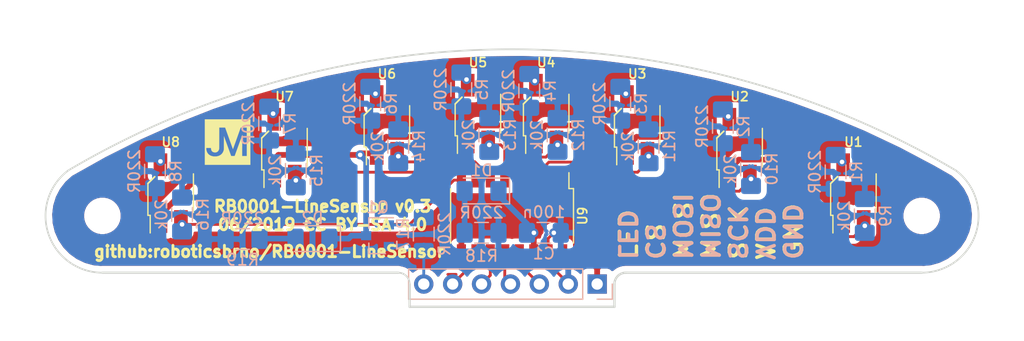
<source format=kicad_pcb>
(kicad_pcb (version 20171130) (host pcbnew "(5.1.0)-1")
  (layers (0 F.Cu signal) (31 B.Cu signal) (34 B.Paste user) (35 F.Paste user) (36 B.SilkS user) (37 F.SilkS user) (38 B.Mask user) (39 F.Mask user) (44 Edge.Cuts user))
  (net 0 "")
  (net 1 S7)
  (net 2 VDD)
  (net 3 S8)
  (net 4 "Net-(R1-Pad2)")
  (net 5 "Net-(R2-Pad2)")
  (net 6 "Net-(R3-Pad2)")
  (net 7 "Net-(R4-Pad2)")
  (net 8 "Net-(R5-Pad2)")
  (net 9 "Net-(R6-Pad2)")
  (net 10 S1)
  (net 11 S2)
  (net 12 S3)
  (net 13 S4)
  (net 14 S5)
  (net 15 S6)
  (net 16 "Net-(R7-Pad2)")
  (net 17 "Net-(R8-Pad2)")
  (net 18 GND)
  (net 19 CS)
  (net 20 MOSI)
  (net 21 MISO)
  (net 22 SCK)
  (net 23 LED_GND)
  (net 24 "Net-(Q1-Pad1)")
  (net 25 L_EN)
  (net 26 "Net-(D1-Pad2)")
  (net 27 "Net-(D2-Pad2)")
  (module Resistor_SMD:R_1206_3216Metric_Pad1.42x1.75mm_HandSolder (layer B.Cu) (at 126.32 111.036)
    (fp_text reference R19 (at 0 1.82) (layer B.SilkS) (effects (justify mirror)))
    (fp_text value 220R (at 0 -1.82) (layer B.SilkS) (effects (justify mirror)))
    (fp_line (start -0.602064 -0.91) (end 0.602064 -0.91) (layer B.SilkS) (width 0.12))
    (fp_line (start -0.602064 0.91) (end 0.602064 0.91) (layer B.SilkS) (width 0.12))
    (pad 2 smd roundrect (at 1.4875 0) (size 1.425 1.75) (layers B.Cu B.Paste B.Mask) (roundrect_rratio 0.175439) (net 27 "Net-(D2-Pad2)"))
    (pad 1 smd roundrect (at -1.4875 0) (size 1.425 1.75) (layers B.Cu B.Paste B.Mask) (roundrect_rratio 0.175439) (net 2 VDD))
  )
  (module LED_SMD:LED_1206_3216Metric_Pad1.42x1.75mm_HandSolder (layer B.Cu) (at 132.461 110.998 180)
    (fp_text reference D2 (at 0 1.82 180) (layer B.SilkS) (effects (justify mirror)))
    (fp_text value LED_RED)
    (fp_line (start -2.46 -1.135) (end 1.6 -1.135) (layer B.SilkS) (width 0.12))
    (fp_line (start -2.46 1.135) (end -2.46 -1.135) (layer B.SilkS) (width 0.12))
    (fp_line (start 1.6 1.135) (end -2.46 1.135) (layer B.SilkS) (width 0.12))
    (pad 2 smd roundrect (at 1.4875 0 180) (size 1.425 1.75) (layers B.Cu B.Paste B.Mask) (roundrect_rratio 0.175439) (net 27 "Net-(D2-Pad2)"))
    (pad 1 smd roundrect (at -1.4875 0 180) (size 1.425 1.75) (layers B.Cu B.Paste B.Mask) (roundrect_rratio 0.175439) (net 23 LED_GND))
  )
  (module Resistor_SMD:R_1206_3216Metric_Pad1.42x1.75mm_HandSolder (layer B.Cu) (at 147.32 110.49 180)
    (fp_text reference R18 (at 0 -2.032 180) (layer B.SilkS) (effects (justify mirror)))
    (fp_text value 220R (at 0 1.778 180) (layer B.SilkS) (effects (justify mirror)))
    (fp_line (start -0.602064 -0.91) (end 0.602064 -0.91) (layer B.SilkS) (width 0.12))
    (fp_line (start -0.602064 0.91) (end 0.602064 0.91) (layer B.SilkS) (width 0.12))
    (pad 2 smd roundrect (at 1.4875 0 180) (size 1.425 1.75) (layers B.Cu B.Paste B.Mask) (roundrect_rratio 0.175439) (net 26 "Net-(D1-Pad2)"))
    (pad 1 smd roundrect (at -1.4875 0 180) (size 1.425 1.75) (layers B.Cu B.Paste B.Mask) (roundrect_rratio 0.175439) (net 2 VDD))
  )
  (module LED_SMD:LED_1206_3216Metric_Pad1.42x1.75mm_HandSolder (layer B.Cu) (at 147.32 106.807 180)
    (fp_text reference D1 (at 0 1.82 180) (layer B.SilkS) (effects (justify mirror)))
    (fp_text value LED_GREEN)
    (fp_line (start -2.46 -1.135) (end 1.6 -1.135) (layer B.SilkS) (width 0.12))
    (fp_line (start -2.46 1.135) (end -2.46 -1.135) (layer B.SilkS) (width 0.12))
    (fp_line (start 1.6 1.135) (end -2.46 1.135) (layer B.SilkS) (width 0.12))
    (pad 2 smd roundrect (at 1.4875 0 180) (size 1.425 1.75) (layers B.Cu B.Paste B.Mask) (roundrect_rratio 0.175439) (net 26 "Net-(D1-Pad2)"))
    (pad 1 smd roundrect (at -1.4875 0 180) (size 1.425 1.75) (layers B.Cu B.Paste B.Mask) (roundrect_rratio 0.175439) (net 18 GND))
  )
  (module Resistor_SMD:R_1206_3216Metric_Pad1.42x1.75mm_HandSolder (layer B.Cu) (at 142.24 110.603 270)
    (fp_text reference R17 (at 0 1.82 270) (layer B.SilkS) (effects (justify mirror)))
    (fp_text value 220R (at 0 -1.82 270) (layer B.SilkS) (effects (justify mirror)))
    (fp_line (start -0.602064 -0.91) (end 0.602064 -0.91) (layer B.SilkS) (width 0.12))
    (fp_line (start -0.602064 0.91) (end 0.602064 0.91) (layer B.SilkS) (width 0.12))
    (pad 2 smd roundrect (at 1.4875 0 270) (size 1.425 1.75) (layers B.Cu B.Paste B.Mask) (roundrect_rratio 0.175439) (net 25 L_EN))
    (pad 1 smd roundrect (at -1.4875 0 270) (size 1.425 1.75) (layers B.Cu B.Paste B.Mask) (roundrect_rratio 0.175439) (net 24 "Net-(Q1-Pad1)"))
  )
  (module Resistor_SMD:R_1206_3216Metric_Pad1.42x1.75mm_HandSolder (layer B.Cu) (at 121 108.875 90)
    (fp_text reference R16 (at 0 1.82 90) (layer B.SilkS) (effects (justify mirror)))
    (fp_text value 20k (at 0 -1.82 90) (layer B.SilkS) (effects (justify mirror)))
    (fp_line (start -0.602064 -0.91) (end 0.602064 -0.91) (layer B.SilkS) (width 0.12))
    (fp_line (start -0.602064 0.91) (end 0.602064 0.91) (layer B.SilkS) (width 0.12))
    (pad 2 smd roundrect (at 1.4875 0 90) (size 1.425 1.75) (layers B.Cu B.Paste B.Mask) (roundrect_rratio 0.175439) (net 2 VDD))
    (pad 1 smd roundrect (at -1.4875 0 90) (size 1.425 1.75) (layers B.Cu B.Paste B.Mask) (roundrect_rratio 0.175439) (net 3 S8))
  )
  (module Resistor_SMD:R_1206_3216Metric_Pad1.42x1.75mm_HandSolder (layer B.Cu) (at 131 105 90)
    (fp_text reference R15 (at 0 1.82 90) (layer B.SilkS) (effects (justify mirror)))
    (fp_text value 20k (at 0 -1.82 90) (layer B.SilkS) (effects (justify mirror)))
    (fp_line (start -0.602064 -0.91) (end 0.602064 -0.91) (layer B.SilkS) (width 0.12))
    (fp_line (start -0.602064 0.91) (end 0.602064 0.91) (layer B.SilkS) (width 0.12))
    (pad 2 smd roundrect (at 1.4875 0 90) (size 1.425 1.75) (layers B.Cu B.Paste B.Mask) (roundrect_rratio 0.175439) (net 2 VDD))
    (pad 1 smd roundrect (at -1.4875 0 90) (size 1.425 1.75) (layers B.Cu B.Paste B.Mask) (roundrect_rratio 0.175439) (net 1 S7))
  )
  (module Resistor_SMD:R_1206_3216Metric_Pad1.42x1.75mm_HandSolder (layer B.Cu) (at 140 102.875 90)
    (fp_text reference R14 (at 0 1.82 90) (layer B.SilkS) (effects (justify mirror)))
    (fp_text value 20k (at 0 -1.82 90) (layer B.SilkS) (effects (justify mirror)))
    (fp_line (start -0.602064 -0.91) (end 0.602064 -0.91) (layer B.SilkS) (width 0.12))
    (fp_line (start -0.602064 0.91) (end 0.602064 0.91) (layer B.SilkS) (width 0.12))
    (pad 2 smd roundrect (at 1.4875 0 90) (size 1.425 1.75) (layers B.Cu B.Paste B.Mask) (roundrect_rratio 0.175439) (net 2 VDD))
    (pad 1 smd roundrect (at -1.4875 0 90) (size 1.425 1.75) (layers B.Cu B.Paste B.Mask) (roundrect_rratio 0.175439) (net 15 S6))
  )
  (module Resistor_SMD:R_1206_3216Metric_Pad1.42x1.75mm_HandSolder (layer B.Cu) (at 148 101.875 90)
    (fp_text reference R13 (at 0 1.82 90) (layer B.SilkS) (effects (justify mirror)))
    (fp_text value 20k (at 0 -1.82 90) (layer B.SilkS) (effects (justify mirror)))
    (fp_line (start -0.602064 -0.91) (end 0.602064 -0.91) (layer B.SilkS) (width 0.12))
    (fp_line (start -0.602064 0.91) (end 0.602064 0.91) (layer B.SilkS) (width 0.12))
    (pad 2 smd roundrect (at 1.4875 0 90) (size 1.425 1.75) (layers B.Cu B.Paste B.Mask) (roundrect_rratio 0.175439) (net 2 VDD))
    (pad 1 smd roundrect (at -1.4875 0 90) (size 1.425 1.75) (layers B.Cu B.Paste B.Mask) (roundrect_rratio 0.175439) (net 14 S5))
  )
  (module Resistor_SMD:R_1206_3216Metric_Pad1.42x1.75mm_HandSolder (layer B.Cu) (at 154 101.875 90)
    (fp_text reference R12 (at 0 1.82 90) (layer B.SilkS) (effects (justify mirror)))
    (fp_text value 20k (at 0 -1.82 90) (layer B.SilkS) (effects (justify mirror)))
    (fp_line (start -0.602064 -0.91) (end 0.602064 -0.91) (layer B.SilkS) (width 0.12))
    (fp_line (start -0.602064 0.91) (end 0.602064 0.91) (layer B.SilkS) (width 0.12))
    (pad 2 smd roundrect (at 1.4875 0 90) (size 1.425 1.75) (layers B.Cu B.Paste B.Mask) (roundrect_rratio 0.175439) (net 2 VDD))
    (pad 1 smd roundrect (at -1.4875 0 90) (size 1.425 1.75) (layers B.Cu B.Paste B.Mask) (roundrect_rratio 0.175439) (net 13 S4))
  )
  (module Resistor_SMD:R_1206_3216Metric_Pad1.42x1.75mm_HandSolder (layer B.Cu) (at 162 102.875 90)
    (fp_text reference R11 (at 0 1.82 90) (layer B.SilkS) (effects (justify mirror)))
    (fp_text value 20k (at 0 -1.82 90) (layer B.SilkS) (effects (justify mirror)))
    (fp_line (start -0.602064 -0.91) (end 0.602064 -0.91) (layer B.SilkS) (width 0.12))
    (fp_line (start -0.602064 0.91) (end 0.602064 0.91) (layer B.SilkS) (width 0.12))
    (pad 2 smd roundrect (at 1.4875 0 90) (size 1.425 1.75) (layers B.Cu B.Paste B.Mask) (roundrect_rratio 0.175439) (net 2 VDD))
    (pad 1 smd roundrect (at -1.4875 0 90) (size 1.425 1.75) (layers B.Cu B.Paste B.Mask) (roundrect_rratio 0.175439) (net 12 S3))
  )
  (module Resistor_SMD:R_1206_3216Metric_Pad1.42x1.75mm_HandSolder (layer B.Cu) (at 171 104.875 90)
    (fp_text reference R10 (at 0 1.82 90) (layer B.SilkS) (effects (justify mirror)))
    (fp_text value 20k (at 0 -1.82 90) (layer B.SilkS) (effects (justify mirror)))
    (fp_line (start -0.602064 -0.91) (end 0.602064 -0.91) (layer B.SilkS) (width 0.12))
    (fp_line (start -0.602064 0.91) (end 0.602064 0.91) (layer B.SilkS) (width 0.12))
    (pad 2 smd roundrect (at 1.4875 0 90) (size 1.425 1.75) (layers B.Cu B.Paste B.Mask) (roundrect_rratio 0.175439) (net 2 VDD))
    (pad 1 smd roundrect (at -1.4875 0 90) (size 1.425 1.75) (layers B.Cu B.Paste B.Mask) (roundrect_rratio 0.175439) (net 11 S2))
  )
  (module Resistor_SMD:R_1206_3216Metric_Pad1.42x1.75mm_HandSolder (layer B.Cu) (at 181 109 90)
    (fp_text reference R9 (at 0 1.82 90) (layer B.SilkS) (effects (justify mirror)))
    (fp_text value 20k (at 0 -1.82 90) (layer B.SilkS) (effects (justify mirror)))
    (fp_line (start -0.602064 -0.91) (end 0.602064 -0.91) (layer B.SilkS) (width 0.12))
    (fp_line (start -0.602064 0.91) (end 0.602064 0.91) (layer B.SilkS) (width 0.12))
    (pad 2 smd roundrect (at 1.4875 0 90) (size 1.425 1.75) (layers B.Cu B.Paste B.Mask) (roundrect_rratio 0.175439) (net 2 VDD))
    (pad 1 smd roundrect (at -1.4875 0 90) (size 1.425 1.75) (layers B.Cu B.Paste B.Mask) (roundrect_rratio 0.175439) (net 10 S1))
  )
  (module Resistor_SMD:R_1206_3216Metric_Pad1.42x1.75mm_HandSolder (layer B.Cu) (at 118.618 105.0655 90)
    (fp_text reference R8 (at 0 1.82 90) (layer B.SilkS) (effects (justify mirror)))
    (fp_text value 220R (at 0 -1.82 90) (layer B.SilkS) (effects (justify mirror)))
    (fp_line (start -0.602064 -0.91) (end 0.602064 -0.91) (layer B.SilkS) (width 0.12))
    (fp_line (start -0.602064 0.91) (end 0.602064 0.91) (layer B.SilkS) (width 0.12))
    (pad 2 smd roundrect (at 1.4875 0 90) (size 1.425 1.75) (layers B.Cu B.Paste B.Mask) (roundrect_rratio 0.175439) (net 17 "Net-(R8-Pad2)"))
    (pad 1 smd roundrect (at -1.4875 0 90) (size 1.425 1.75) (layers B.Cu B.Paste B.Mask) (roundrect_rratio 0.175439) (net 2 VDD))
  )
  (module Resistor_SMD:R_1206_3216Metric_Pad1.42x1.75mm_HandSolder (layer B.Cu) (at 128.651 100.875 90)
    (fp_text reference R7 (at 0 1.82 90) (layer B.SilkS) (effects (justify mirror)))
    (fp_text value 220R (at 0 -1.82 90) (layer B.SilkS) (effects (justify mirror)))
    (fp_line (start -0.602064 -0.91) (end 0.602064 -0.91) (layer B.SilkS) (width 0.12))
    (fp_line (start -0.602064 0.91) (end 0.602064 0.91) (layer B.SilkS) (width 0.12))
    (pad 2 smd roundrect (at 1.4875 0 90) (size 1.425 1.75) (layers B.Cu B.Paste B.Mask) (roundrect_rratio 0.175439) (net 16 "Net-(R7-Pad2)"))
    (pad 1 smd roundrect (at -1.4875 0 90) (size 1.425 1.75) (layers B.Cu B.Paste B.Mask) (roundrect_rratio 0.175439) (net 2 VDD))
  )
  (module Resistor_SMD:R_1206_3216Metric_Pad1.42x1.75mm_HandSolder (layer B.Cu) (at 137.541 99.125 90)
    (fp_text reference R6 (at 0 1.82 90) (layer B.SilkS) (effects (justify mirror)))
    (fp_text value 220R (at 0 -1.82 90) (layer B.SilkS) (effects (justify mirror)))
    (fp_line (start -0.602064 -0.91) (end 0.602064 -0.91) (layer B.SilkS) (width 0.12))
    (fp_line (start -0.602064 0.91) (end 0.602064 0.91) (layer B.SilkS) (width 0.12))
    (pad 2 smd roundrect (at 1.4875 0 90) (size 1.425 1.75) (layers B.Cu B.Paste B.Mask) (roundrect_rratio 0.175439) (net 9 "Net-(R6-Pad2)"))
    (pad 1 smd roundrect (at -1.4875 0 90) (size 1.425 1.75) (layers B.Cu B.Paste B.Mask) (roundrect_rratio 0.175439) (net 2 VDD))
  )
  (module Resistor_SMD:R_1206_3216Metric_Pad1.42x1.75mm_HandSolder (layer B.Cu) (at 145.542 97.875 90)
    (fp_text reference R5 (at 0 1.82 90) (layer B.SilkS) (effects (justify mirror)))
    (fp_text value 220R (at 0 -1.82 90) (layer B.SilkS) (effects (justify mirror)))
    (fp_line (start -0.602064 -0.91) (end 0.602064 -0.91) (layer B.SilkS) (width 0.12))
    (fp_line (start -0.602064 0.91) (end 0.602064 0.91) (layer B.SilkS) (width 0.12))
    (pad 2 smd roundrect (at 1.4875 0 90) (size 1.425 1.75) (layers B.Cu B.Paste B.Mask) (roundrect_rratio 0.175439) (net 8 "Net-(R5-Pad2)"))
    (pad 1 smd roundrect (at -1.4875 0 90) (size 1.425 1.75) (layers B.Cu B.Paste B.Mask) (roundrect_rratio 0.175439) (net 2 VDD))
  )
  (module Resistor_SMD:R_1206_3216Metric_Pad1.42x1.75mm_HandSolder (layer B.Cu) (at 151.511 98 90)
    (fp_text reference R4 (at 0 1.82 90) (layer B.SilkS) (effects (justify mirror)))
    (fp_text value 220R (at 0 -1.82 90) (layer B.SilkS) (effects (justify mirror)))
    (fp_line (start -0.602064 -0.91) (end 0.602064 -0.91) (layer B.SilkS) (width 0.12))
    (fp_line (start -0.602064 0.91) (end 0.602064 0.91) (layer B.SilkS) (width 0.12))
    (pad 2 smd roundrect (at 1.4875 0 90) (size 1.425 1.75) (layers B.Cu B.Paste B.Mask) (roundrect_rratio 0.175439) (net 7 "Net-(R4-Pad2)"))
    (pad 1 smd roundrect (at -1.4875 0 90) (size 1.425 1.75) (layers B.Cu B.Paste B.Mask) (roundrect_rratio 0.175439) (net 2 VDD))
  )
  (module Resistor_SMD:R_1206_3216Metric_Pad1.42x1.75mm_HandSolder (layer B.Cu) (at 159.512 99.125 90)
    (fp_text reference R3 (at 0 1.82 90) (layer B.SilkS) (effects (justify mirror)))
    (fp_text value 220R (at 0 -1.82 90) (layer B.SilkS) (effects (justify mirror)))
    (fp_line (start -0.602064 -0.91) (end 0.602064 -0.91) (layer B.SilkS) (width 0.12))
    (fp_line (start -0.602064 0.91) (end 0.602064 0.91) (layer B.SilkS) (width 0.12))
    (pad 2 smd roundrect (at 1.4875 0 90) (size 1.425 1.75) (layers B.Cu B.Paste B.Mask) (roundrect_rratio 0.175439) (net 6 "Net-(R3-Pad2)"))
    (pad 1 smd roundrect (at -1.4875 0 90) (size 1.425 1.75) (layers B.Cu B.Paste B.Mask) (roundrect_rratio 0.175439) (net 2 VDD))
  )
  (module Resistor_SMD:R_1206_3216Metric_Pad1.42x1.75mm_HandSolder (layer B.Cu) (at 168.529 101.125 90)
    (fp_text reference R2 (at 0 1.82 90) (layer B.SilkS) (effects (justify mirror)))
    (fp_text value 220R (at 0 -1.82 90) (layer B.SilkS) (effects (justify mirror)))
    (fp_line (start -0.602064 -0.91) (end 0.602064 -0.91) (layer B.SilkS) (width 0.12))
    (fp_line (start -0.602064 0.91) (end 0.602064 0.91) (layer B.SilkS) (width 0.12))
    (pad 2 smd roundrect (at 1.4875 0 90) (size 1.425 1.75) (layers B.Cu B.Paste B.Mask) (roundrect_rratio 0.175439) (net 5 "Net-(R2-Pad2)"))
    (pad 1 smd roundrect (at -1.4875 0 90) (size 1.425 1.75) (layers B.Cu B.Paste B.Mask) (roundrect_rratio 0.175439) (net 2 VDD))
  )
  (module Resistor_SMD:R_1206_3216Metric_Pad1.42x1.75mm_HandSolder (layer B.Cu) (at 178.435 105.125 90)
    (fp_text reference R1 (at 0 1.82 90) (layer B.SilkS) (effects (justify mirror)))
    (fp_text value 220R (at 0 -1.82 90) (layer B.SilkS) (effects (justify mirror)))
    (fp_line (start -0.602064 -0.91) (end 0.602064 -0.91) (layer B.SilkS) (width 0.12))
    (fp_line (start -0.602064 0.91) (end 0.602064 0.91) (layer B.SilkS) (width 0.12))
    (pad 2 smd roundrect (at 1.4875 0 90) (size 1.425 1.75) (layers B.Cu B.Paste B.Mask) (roundrect_rratio 0.175439) (net 4 "Net-(R1-Pad2)"))
    (pad 1 smd roundrect (at -1.4875 0 90) (size 1.425 1.75) (layers B.Cu B.Paste B.Mask) (roundrect_rratio 0.175439) (net 2 VDD))
  )
  (module Capacitor_SMD:C_1206_3216Metric_Pad1.42x1.75mm_HandSolder (layer B.Cu) (at 152.795 110.49)
    (fp_text reference C1 (at 0 1.82) (layer B.SilkS) (effects (justify mirror)))
    (fp_text value 100n (at 0 -1.82) (layer B.SilkS) (effects (justify mirror)))
    (fp_line (start -0.602064 -0.91) (end 0.602064 -0.91) (layer B.SilkS) (width 0.12))
    (fp_line (start -0.602064 0.91) (end 0.602064 0.91) (layer B.SilkS) (width 0.12))
    (pad 2 smd roundrect (at 1.4875 0) (size 1.425 1.75) (layers B.Cu B.Paste B.Mask) (roundrect_rratio 0.175439) (net 2 VDD))
    (pad 1 smd roundrect (at -1.4875 0) (size 1.425 1.75) (layers B.Cu B.Paste B.Mask) (roundrect_rratio 0.175439) (net 18 GND))
  )
  (module Connector_PinHeader_2.54mm:PinHeader_1x07_P2.54mm_Vertical (layer B.Cu) (at 157.48 115 90)
    (fp_text reference J1 hide)
    (fp_text value Conn_01x07)
    (fp_line (start -1.33 -16.57) (end 1.33 -16.57) (layer B.SilkS) (width 0.12))
    (fp_line (start -1.33 -1.27) (end -1.33 -16.57) (layer B.SilkS) (width 0.12))
    (fp_line (start 1.33 -1.27) (end 1.33 -16.57) (layer B.SilkS) (width 0.12))
    (fp_line (start -1.33 -1.27) (end 1.33 -1.27) (layer B.SilkS) (width 0.12))
    (fp_line (start -1.33 0) (end -1.33 1.33) (layer B.SilkS) (width 0.12))
    (fp_line (start -1.33 1.33) (end 0 1.33) (layer B.SilkS) (width 0.12))
    (pad 1 thru_hole rect (at 0 0 90) (size 1.7 1.7) (drill 1) (layers *.Cu *.Mask) (net 18 GND))
    (pad 2 thru_hole oval (at 0 -2.54 90) (size 1.7 1.7) (drill 1) (layers *.Cu *.Mask) (net 2 VDD))
    (pad 3 thru_hole oval (at 0 -5.08 90) (size 1.7 1.7) (drill 1) (layers *.Cu *.Mask) (net 22 SCK))
    (pad 4 thru_hole oval (at 0 -7.62 90) (size 1.7 1.7) (drill 1) (layers *.Cu *.Mask) (net 21 MISO))
    (pad 5 thru_hole oval (at 0 -10.16 90) (size 1.7 1.7) (drill 1) (layers *.Cu *.Mask) (net 20 MOSI))
    (pad 6 thru_hole oval (at 0 -12.7 90) (size 1.7 1.7) (drill 1) (layers *.Cu *.Mask) (net 19 CS))
    (pad 7 thru_hole oval (at 0 -15.24 90) (size 1.7 1.7) (drill 1) (layers *.Cu *.Mask) (net 25 L_EN))
  )
  (module Package_TO_SOT_SMD:SOT-23 (layer B.Cu) (at 138.176 110.744 180)
    (fp_text reference Q1 (at 0 2.5 180) (layer B.SilkS) (effects (justify mirror)))
    (fp_text value BC817)
    (fp_line (start 0.76 -1.58) (end 0.76 -0.65) (layer B.SilkS) (width 0.12))
    (fp_line (start 0.76 1.58) (end 0.76 0.65) (layer B.SilkS) (width 0.12))
    (fp_line (start 0.76 1.58) (end -1.4 1.58) (layer B.SilkS) (width 0.12))
    (fp_line (start 0.76 -1.58) (end -0.7 -1.58) (layer B.SilkS) (width 0.12))
    (pad 1 smd rect (at -1 0.95 180) (size 0.9 0.8) (layers B.Cu B.Paste B.Mask) (net 24 "Net-(Q1-Pad1)"))
    (pad 2 smd rect (at -1 -0.95 180) (size 0.9 0.8) (layers B.Cu B.Paste B.Mask) (net 18 GND))
    (pad 3 smd rect (at 1 0 180) (size 0.9 0.8) (layers B.Cu B.Paste B.Mask) (net 23 LED_GND))
  )
  (module yaqwsx:JM_4_SILK (layer F.Cu) (at 125 102.5)
    (fp_text reference MH3 hide)
    (fp_text value MountingHole hide)
    (fp_poly (pts (xy 2.003778 2.003778) (xy -1.996722 2.003778) (xy -1.996722 0.515055) (xy -1.878934 0.515055) (xy -1.874371 0.590903) (xy -1.862065 0.698113) (xy -1.838639 0.797139) (xy -1.804256 0.887719) (xy -1.75908 0.969594) (xy -1.703274 1.042506) (xy -1.637003 1.106196) (xy -1.560431 1.160403) (xy -1.491576 1.196901) (xy -1.451804 1.21289) (xy -1.402911 1.228913) (xy -1.349816 1.243587) (xy -1.297437 1.255529) (xy -1.259417 1.262177) (xy -1.222897 1.265827) (xy -1.17644 1.268089) (xy -1.124041 1.268992) (xy -1.069694 1.268568) (xy -1.017393 1.266849) (xy -0.971135 1.263867) (xy -0.934913 1.259652) (xy -0.934702 1.259618) (xy -0.833934 1.236904) (xy -0.739869 1.202802) (xy -0.653382 1.157854) (xy -0.575352 1.102599) (xy -0.506654 1.037578) (xy -0.448167 0.963331) (xy -0.444236 0.957434) (xy -0.405995 0.893044) (xy -0.374794 0.825633) (xy -0.348605 0.750593) (xy -0.339838 0.720187) (xy -0.321287 0.652639) (xy -0.318943 0.074083) (xy -0.316598 -0.504472) (xy 0.314938 1.231194) (xy 0.623259 1.231194) (xy 0.966032 0.289278) (xy 1.013545 0.158743) (xy 1.05648 0.040866) (xy 1.09507 -0.064964) (xy 1.129545 -0.159356) (xy 1.160138 -0.242918) (xy 1.187082 -0.31626) (xy 1.210608 -0.379991) (xy 1.23095 -0.434721) (xy 1.248337 -0.481058) (xy 1.263004 -0.519611) (xy 1.275182 -0.550991) (xy 1.285103 -0.575805) (xy 1.293 -0.594663) (xy 1.299104 -0.608175) (xy 1.303648 -0.616949) (xy 1.306863 -0.621594) (xy 1.308982 -0.62272) (xy 1.310238 -0.620937) (xy 1.310861 -0.616852) (xy 1.310931 -0.615808) (xy 1.311029 -0.602563) (xy 1.310613 -0.576485) (xy 1.30972 -0.53884) (xy 1.308389 -0.490894) (xy 1.306661 -0.433915) (xy 1.304573 -0.36917) (xy 1.302165 -0.297924) (xy 1.299476 -0.221445) (xy 1.296545 -0.140999) (xy 1.295041 -0.100752) (xy 1.29042 0.026471) (xy 1.286597 0.142613) (xy 1.28351 0.250674) (xy 1.281102 0.353658) (xy 1.279311 0.454568) (xy 1.278079 0.556407) (xy 1.277346 0.662176) (xy 1.277052 0.774879) (xy 1.277041 0.806097) (xy 1.277055 1.234722) (xy 1.693333 1.234722) (xy 1.693333 -1.277056) (xy 1.423458 -1.277055) (xy 1.153583 -1.277053) (xy 0.815962 -0.329846) (xy 0.776309 -0.218659) (xy 0.737913 -0.111107) (xy 0.701043 -0.007942) (xy 0.665969 0.090085) (xy 0.632962 0.182224) (xy 0.60229 0.267723) (xy 0.574226 0.345831) (xy 0.549037 0.415797) (xy 0.526995 0.47687) (xy 0.50837 0.528299) (xy 0.493431 0.569333) (xy 0.48245 0.59922) (xy 0.475695 0.617211) (xy 0.473472 0.622595) (xy 0.470565 0.616706) (xy 0.463204 0.598274) (xy 0.451665 0.568052) (xy 0.43622 0.526792) (xy 0.417146 0.475248) (xy 0.394717 0.414171) (xy 0.369206 0.344315) (xy 0.340888 0.266432) (xy 0.310038 0.181275) (xy 0.27693 0.089597) (xy 0.241839 -0.00785) (xy 0.205039 -0.110314) (xy 0.166804 -0.21704) (xy 0.141588 -0.287571) (xy 0.102324 -0.397474) (xy 0.064211 -0.504139) (xy 0.027534 -0.606769) (xy -0.00742 -0.704563) (xy -0.040365 -0.796723) (xy -0.071017 -0.882449) (xy -0.099088 -0.960942) (xy -0.124293 -1.031402) (xy -0.146346 -1.09303) (xy -0.164961 -1.145028) (xy -0.179853 -1.186594) (xy -0.190735 -1.216931) (xy -0.197321 -1.235239) (xy -0.199054 -1.240014) (xy -0.212681 -1.277056) (xy -0.733429 -1.277056) (xy -0.735458 -0.340431) (xy -0.735759 -0.205872) (xy -0.736055 -0.084689) (xy -0.736359 0.023855) (xy -0.73668 0.120495) (xy -0.737029 0.205968) (xy -0.737418 0.281009) (xy -0.737857 0.346354) (xy -0.738356 0.40274) (xy -0.738928 0.450901) (xy -0.739582 0.491573) (xy -0.74033 0.525493) (xy -0.741183 0.553397) (xy -0.74215 0.57602) (xy -0.743244 0.594098) (xy -0.744475 0.608368) (xy -0.745853 0.619564) (xy -0.74739 0.628423) (xy -0.749097 0.63568) (xy -0.749896 0.638528) (xy -0.776495 0.709255) (xy -0.811831 0.770912) (xy -0.855083 0.82242) (xy -0.905428 0.862697) (xy -0.931819 0.877697) (xy -0.98302 0.899492) (xy -1.033103 0.912033) (xy -1.087242 0.916322) (xy -1.125361 0.915264) (xy -1.19722 0.905546) (xy -1.261331 0.885632) (xy -1.316708 0.855993) (xy -1.362365 0.817101) (xy -1.382924 0.792011) (xy -1.405617 0.756491) (xy -1.423343 0.719149) (xy -1.437024 0.677044) (xy -1.447586 0.627238) (xy -1.45595 0.566788) (xy -1.45718 0.555625) (xy -1.461516 0.515055) (xy -1.878934 0.515055) (xy -1.996722 0.515055) (xy -1.996722 -1.996722) (xy 2.003778 -1.996722) (xy 2.003778 2.003778)) (layer F.SilkS) (width 0.01))
  )
  (module yaqwsx:Everlight_ITR8307 (layer F.Cu) (at 120 107)
    (fp_text reference U8 (at 0 -4.5 180) (layer F.SilkS) (effects (font (size 0.8 0.8))))
    (fp_text value ITR8307)
    (fp_line (start -2 1.95) (end -2 -0.85) (layer F.SilkS) (width 0.12))
    (fp_line (start -2 1.95) (end -1.8 1.95) (layer F.SilkS) (width 0.12))
    (fp_line (start -1.8 3.5) (end -1.8 1.95) (layer F.SilkS) (width 0.12))
    (fp_line (start 2 1.7) (end 2 -1.7) (layer F.SilkS) (width 0.12))
    (fp_line (start -2 -0.85) (end -1.4 -1.45) (layer F.SilkS) (width 0.15))
    (pad 4 smd rect (at 0.9 -2.5) (size 1.2 2) (layers F.Cu F.Paste F.Mask) (net 18 GND))
    (pad 2 smd rect (at -0.9 -2.5) (size 1.2 2) (layers F.Cu F.Paste F.Mask) (net 17 "Net-(R8-Pad2)"))
    (pad 1 smd rect (at -0.9 2.5) (size 1.2 2) (layers F.Cu F.Paste F.Mask) (net 23 LED_GND))
    (pad 3 smd rect (at 0.9 2.5) (size 1.2 2) (layers F.Cu F.Paste F.Mask) (net 3 S8))
  )
  (module yaqwsx:Everlight_ITR8307 (layer F.Cu) (at 147 100)
    (fp_text reference U5 (at 0 -4.5 180) (layer F.SilkS) (effects (font (size 0.8 0.8))))
    (fp_text value ITR8307)
    (fp_line (start -2 1.95) (end -2 -0.85) (layer F.SilkS) (width 0.12))
    (fp_line (start -2 1.95) (end -1.8 1.95) (layer F.SilkS) (width 0.12))
    (fp_line (start -1.8 3.5) (end -1.8 1.95) (layer F.SilkS) (width 0.12))
    (fp_line (start 2 1.7) (end 2 -1.7) (layer F.SilkS) (width 0.12))
    (fp_line (start -2 -0.85) (end -1.4 -1.45) (layer F.SilkS) (width 0.15))
    (pad 4 smd rect (at 0.9 -2.5) (size 1.2 2) (layers F.Cu F.Paste F.Mask) (net 18 GND))
    (pad 2 smd rect (at -0.9 -2.5) (size 1.2 2) (layers F.Cu F.Paste F.Mask) (net 8 "Net-(R5-Pad2)"))
    (pad 1 smd rect (at -0.9 2.5) (size 1.2 2) (layers F.Cu F.Paste F.Mask) (net 23 LED_GND))
    (pad 3 smd rect (at 0.9 2.5) (size 1.2 2) (layers F.Cu F.Paste F.Mask) (net 14 S5))
  )
  (module yaqwsx:Everlight_ITR8307 (layer F.Cu) (at 139 101)
    (fp_text reference U6 (at 0 -4.5 180) (layer F.SilkS) (effects (font (size 0.8 0.8))))
    (fp_text value ITR8307)
    (fp_line (start -2 -0.85) (end -1.4 -1.45) (layer F.SilkS) (width 0.15))
    (fp_line (start 2 1.7) (end 2 -1.7) (layer F.SilkS) (width 0.12))
    (fp_line (start -1.8 3.5) (end -1.8 1.95) (layer F.SilkS) (width 0.12))
    (fp_line (start -2 1.95) (end -1.8 1.95) (layer F.SilkS) (width 0.12))
    (fp_line (start -2 1.95) (end -2 -0.85) (layer F.SilkS) (width 0.12))
    (pad 3 smd rect (at 0.9 2.5) (size 1.2 2) (layers F.Cu F.Paste F.Mask) (net 15 S6))
    (pad 1 smd rect (at -0.9 2.5) (size 1.2 2) (layers F.Cu F.Paste F.Mask) (net 23 LED_GND))
    (pad 2 smd rect (at -0.9 -2.5) (size 1.2 2) (layers F.Cu F.Paste F.Mask) (net 9 "Net-(R6-Pad2)"))
    (pad 4 smd rect (at 0.9 -2.5) (size 1.2 2) (layers F.Cu F.Paste F.Mask) (net 18 GND))
  )
  (module yaqwsx:Everlight_ITR8307 (layer F.Cu) (at 130 103)
    (fp_text reference U7 (at 0 -4.5 180) (layer F.SilkS) (effects (font (size 0.8 0.8))))
    (fp_text value ITR8307)
    (fp_line (start -2 1.95) (end -2 -0.85) (layer F.SilkS) (width 0.12))
    (fp_line (start -2 1.95) (end -1.8 1.95) (layer F.SilkS) (width 0.12))
    (fp_line (start -1.8 3.5) (end -1.8 1.95) (layer F.SilkS) (width 0.12))
    (fp_line (start 2 1.7) (end 2 -1.7) (layer F.SilkS) (width 0.12))
    (fp_line (start -2 -0.85) (end -1.4 -1.45) (layer F.SilkS) (width 0.15))
    (pad 4 smd rect (at 0.9 -2.5) (size 1.2 2) (layers F.Cu F.Paste F.Mask) (net 18 GND))
    (pad 2 smd rect (at -0.9 -2.5) (size 1.2 2) (layers F.Cu F.Paste F.Mask) (net 16 "Net-(R7-Pad2)"))
    (pad 1 smd rect (at -0.9 2.5) (size 1.2 2) (layers F.Cu F.Paste F.Mask) (net 23 LED_GND))
    (pad 3 smd rect (at 0.9 2.5) (size 1.2 2) (layers F.Cu F.Paste F.Mask) (net 1 S7))
  )
  (module yaqwsx:Everlight_ITR8307 (layer F.Cu) (at 180 107)
    (fp_text reference U1 (at 0 -4.5 180) (layer F.SilkS) (effects (font (size 0.8 0.8))))
    (fp_text value ITR8307)
    (fp_line (start -2 -0.85) (end -1.4 -1.45) (layer F.SilkS) (width 0.15))
    (fp_line (start 2 1.7) (end 2 -1.7) (layer F.SilkS) (width 0.12))
    (fp_line (start -1.8 3.5) (end -1.8 1.95) (layer F.SilkS) (width 0.12))
    (fp_line (start -2 1.95) (end -1.8 1.95) (layer F.SilkS) (width 0.12))
    (fp_line (start -2 1.95) (end -2 -0.85) (layer F.SilkS) (width 0.12))
    (pad 3 smd rect (at 0.9 2.5) (size 1.2 2) (layers F.Cu F.Paste F.Mask) (net 10 S1))
    (pad 1 smd rect (at -0.9 2.5) (size 1.2 2) (layers F.Cu F.Paste F.Mask) (net 23 LED_GND))
    (pad 2 smd rect (at -0.9 -2.5) (size 1.2 2) (layers F.Cu F.Paste F.Mask) (net 4 "Net-(R1-Pad2)"))
    (pad 4 smd rect (at 0.9 -2.5) (size 1.2 2) (layers F.Cu F.Paste F.Mask) (net 18 GND))
  )
  (module yaqwsx:Everlight_ITR8307 (layer F.Cu) (at 170 103)
    (fp_text reference U2 (at 0 -4.5 180) (layer F.SilkS) (effects (font (size 0.8 0.8))))
    (fp_text value ITR8307)
    (fp_line (start -2 1.95) (end -2 -0.85) (layer F.SilkS) (width 0.12))
    (fp_line (start -2 1.95) (end -1.8 1.95) (layer F.SilkS) (width 0.12))
    (fp_line (start -1.8 3.5) (end -1.8 1.95) (layer F.SilkS) (width 0.12))
    (fp_line (start 2 1.7) (end 2 -1.7) (layer F.SilkS) (width 0.12))
    (fp_line (start -2 -0.85) (end -1.4 -1.45) (layer F.SilkS) (width 0.15))
    (pad 4 smd rect (at 0.9 -2.5) (size 1.2 2) (layers F.Cu F.Paste F.Mask) (net 18 GND))
    (pad 2 smd rect (at -0.9 -2.5) (size 1.2 2) (layers F.Cu F.Paste F.Mask) (net 5 "Net-(R2-Pad2)"))
    (pad 1 smd rect (at -0.9 2.5) (size 1.2 2) (layers F.Cu F.Paste F.Mask) (net 23 LED_GND))
    (pad 3 smd rect (at 0.9 2.5) (size 1.2 2) (layers F.Cu F.Paste F.Mask) (net 11 S2))
  )
  (module yaqwsx:Everlight_ITR8307 (layer F.Cu) (at 161 101)
    (fp_text reference U3 (at 0 -4.5 180) (layer F.SilkS) (effects (font (size 0.8 0.8))))
    (fp_text value ITR8307)
    (fp_line (start -2 -0.85) (end -1.4 -1.45) (layer F.SilkS) (width 0.15))
    (fp_line (start 2 1.7) (end 2 -1.7) (layer F.SilkS) (width 0.12))
    (fp_line (start -1.8 3.5) (end -1.8 1.95) (layer F.SilkS) (width 0.12))
    (fp_line (start -2 1.95) (end -1.8 1.95) (layer F.SilkS) (width 0.12))
    (fp_line (start -2 1.95) (end -2 -0.85) (layer F.SilkS) (width 0.12))
    (pad 3 smd rect (at 0.9 2.5) (size 1.2 2) (layers F.Cu F.Paste F.Mask) (net 12 S3))
    (pad 1 smd rect (at -0.9 2.5) (size 1.2 2) (layers F.Cu F.Paste F.Mask) (net 23 LED_GND))
    (pad 2 smd rect (at -0.9 -2.5) (size 1.2 2) (layers F.Cu F.Paste F.Mask) (net 6 "Net-(R3-Pad2)"))
    (pad 4 smd rect (at 0.9 -2.5) (size 1.2 2) (layers F.Cu F.Paste F.Mask) (net 18 GND))
  )
  (module yaqwsx:Everlight_ITR8307 (layer F.Cu) (at 153 100)
    (fp_text reference U4 (at 0 -4.5 180) (layer F.SilkS) (effects (font (size 0.8 0.8))))
    (fp_text value ITR8307)
    (fp_line (start -2 1.95) (end -2 -0.85) (layer F.SilkS) (width 0.12))
    (fp_line (start -2 1.95) (end -1.8 1.95) (layer F.SilkS) (width 0.12))
    (fp_line (start -1.8 3.5) (end -1.8 1.95) (layer F.SilkS) (width 0.12))
    (fp_line (start 2 1.7) (end 2 -1.7) (layer F.SilkS) (width 0.12))
    (fp_line (start -2 -0.85) (end -1.4 -1.45) (layer F.SilkS) (width 0.15))
    (pad 4 smd rect (at 0.9 -2.5) (size 1.2 2) (layers F.Cu F.Paste F.Mask) (net 18 GND))
    (pad 2 smd rect (at -0.9 -2.5) (size 1.2 2) (layers F.Cu F.Paste F.Mask) (net 7 "Net-(R4-Pad2)"))
    (pad 1 smd rect (at -0.9 2.5) (size 1.2 2) (layers F.Cu F.Paste F.Mask) (net 23 LED_GND))
    (pad 3 smd rect (at 0.9 2.5) (size 1.2 2) (layers F.Cu F.Paste F.Mask) (net 13 S4))
  )
  (module MountingHole:MountingHole_2.2mm_M2 (layer F.Cu) (at 186 109)
    (fp_text reference MH1 hide)
    (fp_text value MountingHole)
    (pad 1 np_thru_hole circle (at 0 0) (size 2.2 2.2) (drill 2.2) (layers *.Cu *.Mask))
  )
  (module MountingHole:MountingHole_2.2mm_M2 (layer F.Cu) (at 114 109)
    (fp_text reference MH2 hide)
    (fp_text value MountingHole)
    (pad 1 np_thru_hole circle (at 0 0) (size 2.2 2.2) (drill 2.2) (layers *.Cu *.Mask))
  )
  (module Package_SO:SOP-16_4.4x10.4mm_P1.27mm (layer F.Cu) (at 150 109 270)
    (fp_text reference U9 (at 0 -6.2 270) (layer F.SilkS) (effects (font (size 0.8 0.8))))
    (fp_text value MCP3008)
    (fp_line (start -2.4 -5.4) (end -2.4 -5) (layer F.SilkS) (width 0.12))
    (fp_line (start -2.4 -5) (end -3.8 -5) (layer F.SilkS) (width 0.12))
    (fp_line (start -2.4 -5.4) (end 2.4 -5.4) (layer F.SilkS) (width 0.12))
    (fp_line (start -2.4 5.4) (end 2.4 5.4) (layer F.SilkS) (width 0.12))
    (pad 1 smd rect (at -3.15 -4.45 270) (size 1.3 0.8) (layers F.Cu F.Paste F.Mask) (net 10 S1))
    (pad 2 smd rect (at -3.15 -3.17 270) (size 1.3 0.8) (layers F.Cu F.Paste F.Mask) (net 11 S2))
    (pad 3 smd rect (at -3.15 -1.91 270) (size 1.3 0.8) (layers F.Cu F.Paste F.Mask) (net 12 S3))
    (pad 4 smd rect (at -3.15 -0.64 270) (size 1.3 0.8) (layers F.Cu F.Paste F.Mask) (net 13 S4))
    (pad 5 smd rect (at -3.15 0.64 270) (size 1.3 0.8) (layers F.Cu F.Paste F.Mask) (net 14 S5))
    (pad 6 smd rect (at -3.15 1.91 270) (size 1.3 0.8) (layers F.Cu F.Paste F.Mask) (net 15 S6))
    (pad 7 smd rect (at -3.15 3.17 270) (size 1.3 0.8) (layers F.Cu F.Paste F.Mask) (net 1 S7))
    (pad 8 smd rect (at -3.15 4.45 270) (size 1.3 0.8) (layers F.Cu F.Paste F.Mask) (net 3 S8))
    (pad 9 smd rect (at 3.15 4.45 270) (size 1.3 0.8) (layers F.Cu F.Paste F.Mask) (net 18 GND))
    (pad 10 smd rect (at 3.15 3.17 270) (size 1.3 0.8) (layers F.Cu F.Paste F.Mask) (net 19 CS))
    (pad 11 smd rect (at 3.15 1.91 270) (size 1.3 0.8) (layers F.Cu F.Paste F.Mask) (net 20 MOSI))
    (pad 12 smd rect (at 3.15 0.64 270) (size 1.3 0.8) (layers F.Cu F.Paste F.Mask) (net 21 MISO))
    (pad 13 smd rect (at 3.15 -0.64 270) (size 1.3 0.8) (layers F.Cu F.Paste F.Mask) (net 22 SCK))
    (pad 14 smd rect (at 3.15 -1.91 270) (size 1.3 0.8) (layers F.Cu F.Paste F.Mask) (net 18 GND))
    (pad 15 smd rect (at 3.15 -3.17 270) (size 1.3 0.8) (layers F.Cu F.Paste F.Mask) (net 2 VDD))
    (pad 16 smd rect (at 3.15 -4.45 270) (size 1.3 0.8) (layers F.Cu F.Paste F.Mask) (net 2 VDD))
  )
  (gr_text "GND\nVDD\nSCK\nMISO\nMOSI\nCS\nLED" (at 167.386 113.03 270) (layer B.SilkS) (effects (font (size 1.5 1.6) (thickness 0.3)) (justify left mirror)))
  (gr_text github:roboticsbrno/RB0001-LineSensor (at 128.651 112.141) (layer F.SilkS) (effects (font (size 1 1) (thickness 0.25))))
  (gr_text "RB0001-LineSensor v0.3\n06/2019 CC BY-SA 4.0" (at 133.35 108.966) (layer F.SilkS) (effects (font (size 1 1) (thickness 0.25))))
  (gr_arc (start 140 115) (end 141 115) (angle -90) (layer Edge.Cuts) (width 0.15))
  (gr_arc (start 160 115) (end 160 114) (angle -90) (layer Edge.Cuts) (width 0.2))
  (gr_text "LED\nCS\nMOSI\nMISO\nSCK\nVDD\nGND" (at 167.5 113 90) (layer F.SilkS) (effects (font (size 1.5 1.6) (thickness 0.3)) (justify left)))
  (gr_line (start 160 114) (end 186 114) (layer Edge.Cuts) (width 0.2))
  (gr_line (start 159 117) (end 159 115) (layer Edge.Cuts) (width 0.2))
  (gr_line (start 141 117) (end 159 117) (layer Edge.Cuts) (width 0.2))
  (gr_line (start 141 115) (end 141 117) (layer Edge.Cuts) (width 0.2))
  (gr_line (start 114 114) (end 140 114) (layer Edge.Cuts) (width 0.2))
  (gr_arc (start 114 109) (end 111 105) (angle -143.1301024) (layer Edge.Cuts) (width 0.15))
  (gr_arc (start 186 109) (end 186 114) (angle -143.1300955) (layer Edge.Cuts) (width 0.15))
  (gr_arc (start 150 171) (end 189 105) (angle -61.15845348) (layer Edge.Cuts) (width 0.15))
  (via (at 131 105.875) (size 0.8) (drill 0.4) (layers F.Cu B.Cu) (net 1))
  (segment (start 131.575 105.875) (end 131 105.875) (width 0.25) (layer F.Cu) (net 1))
  (segment (start 131.499072 105.375928) (end 131 105.875) (width 0.25) (layer F.Cu) (net 1))
  (segment (start 144.889999 104.874999) (end 144.608998 105.156) (width 0.25) (layer F.Cu) (net 1))
  (segment (start 146.83 105.174) (end 146.530999 104.874999) (width 0.25) (layer F.Cu) (net 1))
  (segment (start 146.83 105.85) (end 146.83 105.174) (width 0.25) (layer F.Cu) (net 1))
  (segment (start 144.608998 105.156) (end 131.719 105.156) (width 0.25) (layer F.Cu) (net 1))
  (segment (start 131.719 105.156) (end 131.499072 105.375928) (width 0.25) (layer F.Cu) (net 1))
  (segment (start 146.530999 104.874999) (end 144.889999 104.874999) (width 0.25) (layer F.Cu) (net 1))
  (segment (start 154.45 112.15) (end 154.45 113.05) (width 0.25) (layer F.Cu) (net 2))
  (segment (start 154.45 113.05) (end 154 113.5) (width 0.25) (layer F.Cu) (net 2))
  (segment (start 154 113.5) (end 153.5 113.5) (width 0.25) (layer F.Cu) (net 2))
  (segment (start 153.17 113.17) (end 153.17 112.15) (width 0.25) (layer F.Cu) (net 2))
  (segment (start 153.5 113.5) (end 153.17 113.17) (width 0.25) (layer F.Cu) (net 2))
  (via (at 153.67 110.49) (size 0.8) (drill 0.4) (layers F.Cu B.Cu) (net 2))
  (segment (start 153.17 112.15) (end 153.17 110.99) (width 0.25) (layer F.Cu) (net 2))
  (segment (start 153.17 110.99) (end 153.67 110.49) (width 0.25) (layer F.Cu) (net 2))
  (segment (start 154.94 114.94) (end 153.5 113.5) (width 0.25) (layer F.Cu) (net 2))
  (segment (start 154.94 115) (end 154.94 114.94) (width 0.25) (layer F.Cu) (net 2))
  (via (at 121 109.75) (size 0.8) (drill 0.4) (layers F.Cu B.Cu) (net 3))
  (segment (start 121.575 109.75) (end 121 109.75) (width 0.25) (layer F.Cu) (net 3))
  (segment (start 141 109.75) (end 121.575 109.75) (width 0.25) (layer F.Cu) (net 3))
  (segment (start 144.9 105.85) (end 141 109.75) (width 0.25) (layer F.Cu) (net 3))
  (segment (start 145.55 105.85) (end 144.9 105.85) (width 0.25) (layer F.Cu) (net 3))
  (via (at 179 104.25) (size 0.8) (drill 0.4) (layers F.Cu B.Cu) (net 4))
  (via (at 169 100.25) (size 0.8) (drill 0.4) (layers F.Cu B.Cu) (net 5))
  (via (at 160 98.25) (size 0.8) (drill 0.4) (layers F.Cu B.Cu) (net 6))
  (via (at 152 97.125) (size 0.8) (drill 0.4) (layers F.Cu B.Cu) (net 7))
  (via (at 146 97) (size 0.8) (drill 0.4) (layers F.Cu B.Cu) (net 8))
  (via (at 138 98.25) (size 0.8) (drill 0.4) (layers F.Cu B.Cu) (net 9))
  (via (at 181 109.875) (size 0.8) (drill 0.4) (layers F.Cu B.Cu) (net 10))
  (segment (start 180.9 109.9) (end 180.9 109.5) (width 0.25) (layer F.Cu) (net 10))
  (segment (start 160.075001 110.825001) (end 180.049999 110.825001) (width 0.25) (layer F.Cu) (net 10))
  (segment (start 180.500928 110.374072) (end 181 109.875) (width 0.25) (layer F.Cu) (net 10))
  (segment (start 180.049999 110.825001) (end 180.500928 110.374072) (width 0.25) (layer F.Cu) (net 10))
  (segment (start 154.45 105.85) (end 155.1 105.85) (width 0.25) (layer F.Cu) (net 10))
  (segment (start 155.1 105.85) (end 160.075001 110.825001) (width 0.25) (layer F.Cu) (net 10))
  (via (at 171 105.75) (size 0.8) (drill 0.4) (layers F.Cu B.Cu) (net 11))
  (segment (start 153.17 105.85) (end 153.17 105.6) (width 0.25) (layer F.Cu) (net 11))
  (segment (start 169.974999 106.825001) (end 170.9 105.9) (width 0.25) (layer F.Cu) (net 11))
  (segment (start 160.259603 106.825001) (end 169.974999 106.825001) (width 0.25) (layer F.Cu) (net 11))
  (segment (start 170.9 105.9) (end 170.9 105.5) (width 0.25) (layer F.Cu) (net 11))
  (segment (start 153.17 105.85) (end 153.17 104.97641) (width 0.25) (layer F.Cu) (net 11))
  (segment (start 153.17 104.97641) (end 153.4294 104.71701) (width 0.25) (layer F.Cu) (net 11))
  (segment (start 158.151612 104.71701) (end 158.479801 105.045199) (width 0.25) (layer F.Cu) (net 11))
  (segment (start 153.4294 104.71701) (end 158.151612 104.71701) (width 0.25) (layer F.Cu) (net 11))
  (segment (start 158.309601 104.874999) (end 158.479801 105.045199) (width 0.25) (layer F.Cu) (net 11))
  (segment (start 158.479801 105.045199) (end 160.259603 106.825001) (width 0.25) (layer F.Cu) (net 11))
  (via (at 162 103.75) (size 0.8) (drill 0.4) (layers F.Cu B.Cu) (net 12))
  (segment (start 151.91 105.6) (end 151.91 105.85) (width 0.25) (layer F.Cu) (net 12))
  (segment (start 153.243 104.267) (end 151.91 105.6) (width 0.25) (layer F.Cu) (net 12))
  (segment (start 158.369 104.267) (end 153.243 104.267) (width 0.25) (layer F.Cu) (net 12))
  (segment (start 161.544 104.648) (end 161.036 105.156) (width 0.25) (layer F.Cu) (net 12))
  (segment (start 161.9 103.5) (end 161.544 103.856) (width 0.25) (layer F.Cu) (net 12))
  (segment (start 161.544 103.856) (end 161.544 104.648) (width 0.25) (layer F.Cu) (net 12))
  (segment (start 159.258 105.156) (end 161.036 105.156) (width 0.25) (layer F.Cu) (net 12))
  (segment (start 158.369 104.267) (end 159.258 105.156) (width 0.25) (layer F.Cu) (net 12))
  (via (at 154 102.75) (size 0.8) (drill 0.4) (layers F.Cu B.Cu) (net 13))
  (segment (start 150.64 105.85) (end 150.64 105.16) (width 0.25) (layer F.Cu) (net 13))
  (segment (start 152.974999 103.825001) (end 153.9 102.9) (width 0.25) (layer F.Cu) (net 13))
  (segment (start 152.414999 103.825001) (end 152.974999 103.825001) (width 0.25) (layer F.Cu) (net 13))
  (segment (start 150.64 105.6) (end 152.414999 103.825001) (width 0.25) (layer F.Cu) (net 13))
  (segment (start 153.9 102.9) (end 153.9 102.5) (width 0.25) (layer F.Cu) (net 13))
  (segment (start 150.64 105.85) (end 150.64 105.6) (width 0.25) (layer F.Cu) (net 13))
  (via (at 148 102.75) (size 0.8) (drill 0.4) (layers F.Cu B.Cu) (net 14))
  (segment (start 148.36 103.11) (end 148 102.75) (width 0.25) (layer F.Cu) (net 14))
  (segment (start 148.575 102.75) (end 148 102.75) (width 0.25) (layer F.Cu) (net 14))
  (segment (start 149 102.75) (end 148.575 102.75) (width 0.25) (layer F.Cu) (net 14))
  (segment (start 149.36 103.11) (end 149 102.75) (width 0.25) (layer F.Cu) (net 14))
  (segment (start 149.36 105.85) (end 149.36 103.11) (width 0.25) (layer F.Cu) (net 14))
  (via (at 140 103.75) (size 0.8) (drill 0.4) (layers F.Cu B.Cu) (net 15))
  (segment (start 140.575 103.75) (end 140 103.75) (width 0.25) (layer F.Cu) (net 15))
  (segment (start 146.739072 104.249072) (end 140.499072 104.249072) (width 0.25) (layer F.Cu) (net 15))
  (segment (start 148.09 105.6) (end 146.739072 104.249072) (width 0.25) (layer F.Cu) (net 15))
  (segment (start 148.09 105.85) (end 148.09 105.6) (width 0.25) (layer F.Cu) (net 15))
  (segment (start 140.499072 104.249072) (end 140 103.75) (width 0.25) (layer F.Cu) (net 15))
  (via (at 129 100) (size 0.8) (drill 0.4) (layers F.Cu B.Cu) (net 16))
  (via (at 119.1 104.2) (size 0.8) (drill 0.4) (layers F.Cu B.Cu) (net 17))
  (via (at 151.92 110.49) (size 0.8) (drill 0.4) (layers F.Cu B.Cu) (net 18))
  (segment (start 151.91 112.15) (end 151.91 110.5) (width 0.25) (layer F.Cu) (net 18))
  (segment (start 151.91 110.5) (end 151.92 110.49) (width 0.25) (layer F.Cu) (net 18))
  (via (at 140.716 111.76) (size 0.8) (drill 0.4) (layers F.Cu B.Cu) (net 18))
  (segment (start 139.176 111.694) (end 140.65 111.694) (width 0.5) (layer B.Cu) (net 18))
  (segment (start 140.65 111.694) (end 140.716 111.76) (width 0.25) (layer B.Cu) (net 18))
  (segment (start 153.698 108.712) (end 151.92 110.49) (width 0.25) (layer F.Cu) (net 18))
  (segment (start 154.94 108.712) (end 153.698 108.712) (width 0.25) (layer F.Cu) (net 18))
  (segment (start 157.48 115) (end 157.48 111.252) (width 0.25) (layer F.Cu) (net 18))
  (segment (start 157.48 111.252) (end 154.94 108.712) (width 0.25) (layer F.Cu) (net 18))
  (segment (start 151.3075 109.688) (end 148.8075 107.188) (width 0.5) (layer B.Cu) (net 18))
  (segment (start 151.3075 110.49) (end 151.3075 109.688) (width 0.5) (layer B.Cu) (net 18))
  (segment (start 145.079999 114.150001) (end 144.359999 114.150001) (width 0.25) (layer F.Cu) (net 19))
  (segment (start 146.83 112.15) (end 146.83 112.4) (width 0.25) (layer F.Cu) (net 19))
  (segment (start 145.629999 114.150001) (end 144.78 115) (width 0.25) (layer F.Cu) (net 19))
  (segment (start 146.83 112.95) (end 145.629999 114.150001) (width 0.25) (layer F.Cu) (net 19))
  (segment (start 146.83 112.15) (end 146.83 112.95) (width 0.25) (layer F.Cu) (net 19))
  (segment (start 148.09 112.15) (end 148.09 112.4) (width 0.25) (layer F.Cu) (net 20))
  (segment (start 148.09 114.23) (end 147.32 115) (width 0.25) (layer F.Cu) (net 20))
  (segment (start 148.09 112.15) (end 148.09 114.23) (width 0.25) (layer F.Cu) (net 20))
  (segment (start 149.36 114.5) (end 149.86 115) (width 0.25) (layer F.Cu) (net 21))
  (segment (start 149.36 112.15) (end 149.36 114.5) (width 0.25) (layer F.Cu) (net 21))
  (segment (start 150.64 113.24) (end 152.4 115) (width 0.25) (layer F.Cu) (net 22))
  (segment (start 150.64 112.15) (end 150.64 113.24) (width 0.25) (layer F.Cu) (net 22))
  (segment (start 128 105.5) (end 129.1 105.5) (width 0.5) (layer F.Cu) (net 23))
  (segment (start 122.489998 105.5) (end 128 105.5) (width 0.5) (layer F.Cu) (net 23))
  (segment (start 119.1 108.889998) (end 122.489998 105.5) (width 0.5) (layer F.Cu) (net 23))
  (segment (start 119.1 109.5) (end 119.1 108.889998) (width 0.5) (layer F.Cu) (net 23))
  (segment (start 129.1 104) (end 129.1 105.5) (width 0.5) (layer F.Cu) (net 23))
  (segment (start 129.468 103.632) (end 129.1 104) (width 0.5) (layer F.Cu) (net 23))
  (segment (start 136.652 103.632) (end 129.468 103.632) (width 0.5) (layer F.Cu) (net 23))
  (segment (start 138.1 102.889998) (end 138.1 103.5) (width 0.5) (layer F.Cu) (net 23))
  (segment (start 138.939999 102.049999) (end 138.1 102.889998) (width 0.5) (layer F.Cu) (net 23))
  (segment (start 145 102.5) (end 144.549999 102.049999) (width 0.5) (layer F.Cu) (net 23))
  (segment (start 144.549999 102.049999) (end 138.939999 102.049999) (width 0.5) (layer F.Cu) (net 23))
  (segment (start 146.1 102.5) (end 145 102.5) (width 0.5) (layer F.Cu) (net 23))
  (segment (start 146.1 101.889998) (end 146.1 102.5) (width 0.5) (layer F.Cu) (net 23))
  (segment (start 146.939999 101.049999) (end 146.1 101.889998) (width 0.5) (layer F.Cu) (net 23))
  (segment (start 149.549999 101.049999) (end 146.939999 101.049999) (width 0.5) (layer F.Cu) (net 23))
  (segment (start 151 102.5) (end 149.549999 101.049999) (width 0.5) (layer F.Cu) (net 23))
  (segment (start 152.1 102.5) (end 151 102.5) (width 0.5) (layer F.Cu) (net 23))
  (segment (start 152.1 101.889998) (end 152.1 102.5) (width 0.5) (layer F.Cu) (net 23))
  (segment (start 152.939999 101.049999) (end 152.1 101.889998) (width 0.5) (layer F.Cu) (net 23))
  (segment (start 158.049999 101.049999) (end 152.939999 101.049999) (width 0.5) (layer F.Cu) (net 23))
  (segment (start 160.1 103.1) (end 158.049999 101.049999) (width 0.5) (layer F.Cu) (net 23))
  (segment (start 160.1 103.5) (end 160.1 103.1) (width 0.5) (layer F.Cu) (net 23))
  (segment (start 160.1 102.889998) (end 160.1 103.5) (width 0.5) (layer F.Cu) (net 23))
  (segment (start 160.939999 102.049999) (end 160.1 102.889998) (width 0.5) (layer F.Cu) (net 23))
  (segment (start 164.549999 102.049999) (end 160.939999 102.049999) (width 0.5) (layer F.Cu) (net 23))
  (segment (start 168 105.5) (end 164.549999 102.049999) (width 0.5) (layer F.Cu) (net 23))
  (segment (start 169.1 105.5) (end 168 105.5) (width 0.5) (layer F.Cu) (net 23))
  (segment (start 172.549999 104.049999) (end 169.939999 104.049999) (width 0.5) (layer F.Cu) (net 23))
  (segment (start 169.939999 104.049999) (end 169.1 104.889998) (width 0.5) (layer F.Cu) (net 23))
  (segment (start 178 109.5) (end 172.549999 104.049999) (width 0.5) (layer F.Cu) (net 23))
  (segment (start 169.1 104.889998) (end 169.1 105.5) (width 0.5) (layer F.Cu) (net 23))
  (segment (start 179.1 109.5) (end 178 109.5) (width 0.5) (layer F.Cu) (net 23))
  (via (at 136.652 103.632) (size 0.8) (drill 0.4) (layers F.Cu B.Cu) (net 23))
  (segment (start 137.176 110.744) (end 137.176 104.156) (width 0.5) (layer B.Cu) (net 23))
  (segment (start 137.176 104.156) (end 136.652 103.632) (width 0.5) (layer B.Cu) (net 23))
  (segment (start 136.784 103.5) (end 136.652 103.632) (width 0.5) (layer F.Cu) (net 23))
  (segment (start 138.1 103.5) (end 136.784 103.5) (width 0.5) (layer F.Cu) (net 23))
  (segment (start 135.89 110.744) (end 137.176 110.744) (width 0.5) (layer B.Cu) (net 23))
  (segment (start 133.9485 110.998) (end 135.636 110.998) (width 0.5) (layer B.Cu) (net 23))
  (segment (start 135.636 110.998) (end 135.89 110.744) (width 0.5) (layer B.Cu) (net 23))
  (segment (start 142.174 109.794) (end 142.24 109.728) (width 0.25) (layer B.Cu) (net 24))
  (segment (start 139.176 109.794) (end 142.174 109.794) (width 0.25) (layer B.Cu) (net 24))
  (segment (start 142.24 111.478) (end 142.24 114.347454) (width 0.25) (layer B.Cu) (net 25))
  (segment (start 145.8325 107.188) (end 145.8325 110.49) (width 0.5) (layer B.Cu) (net 26))
  (segment (start 127.8455 110.998) (end 127.8075 111.036) (width 0.5) (layer B.Cu) (net 27))
  (segment (start 130.9735 110.998) (end 127.8455 110.998) (width 0.5) (layer B.Cu) (net 27))
  (zone (net 18) (net_name GND) (layer F.Cu) (connect_pads (clearance 0.508)) (min_thickness 0.254) (fill yes (arc_segments 16) (thermal_gap 0.508) (thermal_bridge_width 0.508))
    (polygon (pts (xy 105 120) (xy 195 120) (xy 195 90) (xy 105 90)))
  )
  (zone (net 2) (net_name VDD) (layer B.Cu) (connect_pads (clearance 0.508)) (min_thickness 0.254) (fill yes (arc_segments 16) (thermal_gap 0.508) (thermal_bridge_width 0.508))
    (polygon (pts (xy 195 120) (xy 195 90) (xy 105 90) (xy 105 120)))
  )
)
</source>
